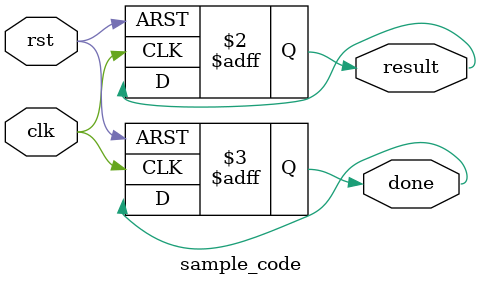
<source format=v>
module sample_code (
    input  wire clk,
    input  wire rst,
    output reg  result,
    output reg  done
);
    always @ (posedge clk or posedge rst) begin
        if (rst) begin
            // reset condition
            result <= 1'b0;
            done   <= 1'b0;
        end else begin
            // functional behavior
        end
    end
endmodule

</source>
